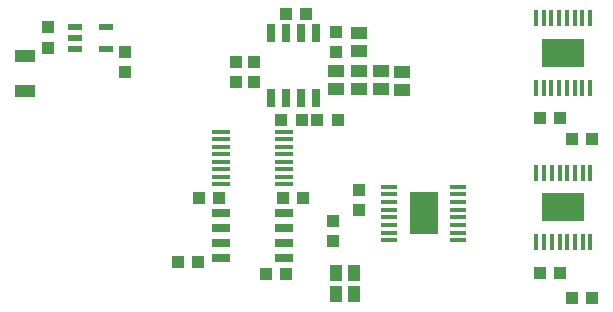
<source format=gbp>
%FSTAX23Y23*%
%MOIN*%
%SFA1B1*%

%IPPOS*%
%ADD17R,0.039370X0.043307*%
%ADD23R,0.043307X0.055118*%
%ADD24R,0.043307X0.039370*%
%ADD80R,0.055118X0.043307*%
%ADD81R,0.025591X0.060039*%
%ADD82R,0.060039X0.025591*%
%ADD83R,0.060157X0.017126*%
%ADD84R,0.096850X0.139764*%
%ADD85R,0.058071X0.017716*%
%ADD86R,0.139764X0.096850*%
%ADD87R,0.017716X0.058071*%
%ADD88R,0.048031X0.023622*%
%ADD89R,0.068898X0.044882*%
%LNlebot-1*%
%LPD*%
G54D17*
X01287Y00733D03*
X01354D03*
X01249Y01087D03*
X01182D03*
X01167Y00733D03*
X01234D03*
X00822Y00259D03*
X00889D03*
X01116Y00218D03*
X01183D03*
X01238Y00474D03*
X01171D03*
X0096Y00472D03*
X00893D03*
X02203Y00139D03*
X02136D03*
X02097Y00224D03*
X0203D03*
X02202Y00668D03*
X02135D03*
X02096Y00739D03*
X02029D03*
G54D23*
X0135Y00153D03*
X01409D03*
Y00224D03*
X0135D03*
G54D24*
X0135Y00958D03*
Y01025D03*
X01074Y00859D03*
Y00926D03*
X01015Y00859D03*
Y00926D03*
X01338Y00328D03*
Y00395D03*
X01425Y00431D03*
Y00498D03*
X00645Y00893D03*
Y0096D03*
X00389Y01041D03*
Y00974D03*
G54D80*
X015Y00895D03*
Y00836D03*
X0157Y00891D03*
Y00832D03*
X0135Y00895D03*
Y00836D03*
X01425Y00895D03*
Y00836D03*
Y00962D03*
Y01021D03*
G54D81*
X01282Y00807D03*
X01232D03*
X01182D03*
X01132D03*
Y01021D03*
X01182D03*
X01232D03*
X01282D03*
G54D82*
X00964Y00271D03*
Y00321D03*
Y00371D03*
Y00421D03*
X01177D03*
Y00371D03*
Y00321D03*
Y00271D03*
G54D83*
X01177Y00518D03*
Y00543D03*
Y00568D03*
Y00593D03*
Y00618D03*
Y00643D03*
Y00668D03*
Y00693D03*
X00964D03*
Y00668D03*
Y00643D03*
Y00618D03*
Y00593D03*
Y00568D03*
Y00543D03*
Y00518D03*
G54D84*
X01641Y00421D03*
G54D85*
X01525Y0051D03*
Y00485D03*
Y00459D03*
Y00434D03*
Y00408D03*
Y00382D03*
Y00357D03*
Y00331D03*
X01756D03*
Y00357D03*
Y00382D03*
Y00408D03*
Y00434D03*
Y00459D03*
Y00485D03*
Y0051D03*
G54D86*
X02107Y00441D03*
X02106Y00955D03*
G54D87*
X02017Y00325D03*
X02043D03*
X02068D03*
X02094D03*
X0212D03*
X02145D03*
X02171D03*
X02196D03*
Y00557D03*
X02171D03*
X02145D03*
X0212D03*
X02094D03*
X02068D03*
X02043D03*
X02017D03*
X02016Y0084D03*
X02042D03*
X02067D03*
X02093D03*
X02119D03*
X02144D03*
X0217D03*
X02195D03*
Y01071D03*
X0217D03*
X02144D03*
X02119D03*
X02093D03*
X02067D03*
X02042D03*
X02016D03*
G54D88*
X0048Y00969D03*
Y01006D03*
Y01043D03*
X00583D03*
Y00969D03*
G54D89*
X00312Y00947D03*
Y0083D03*
M02*
</source>
